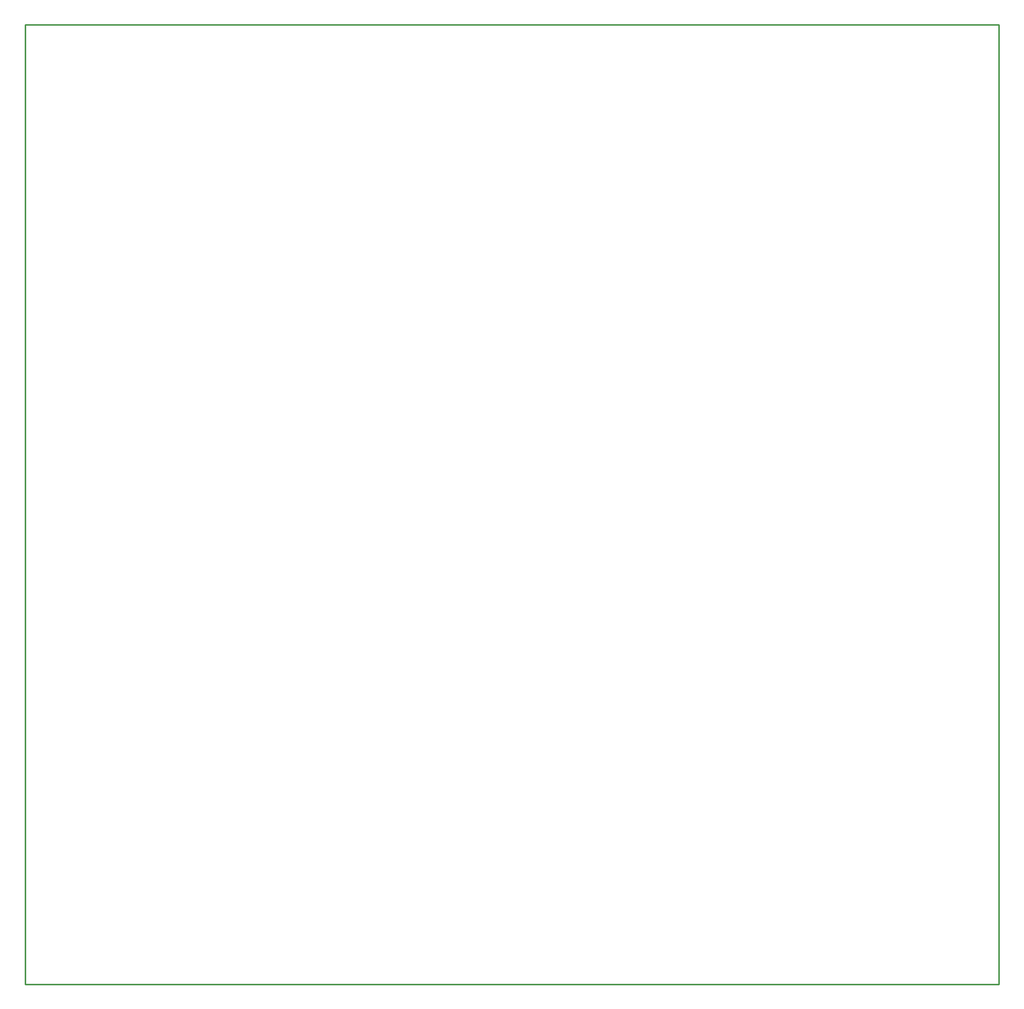
<source format=gko>
G04*
G04 #@! TF.GenerationSoftware,Altium Limited,Altium Designer,21.5.1 (32)*
G04*
G04 Layer_Color=16711935*
%FSLAX25Y25*%
%MOIN*%
G70*
G04*
G04 #@! TF.SameCoordinates,DC1D8B1E-EA3E-4B6B-A205-361A43EFEAAA*
G04*
G04*
G04 #@! TF.FilePolarity,Positive*
G04*
G01*
G75*
%ADD13C,0.01000*%
D13*
X-0Y0D02*
X0Y635000D01*
Y635000D02*
X644000Y635000D01*
Y0D02*
Y635000D01*
X-0Y0D02*
X644000D01*
M02*

</source>
